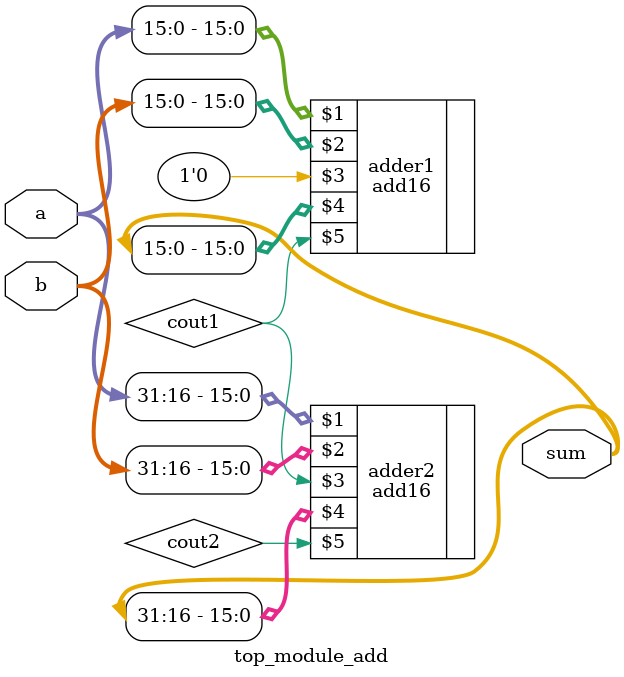
<source format=v>
module top_module_add (
    input [31:0] a,
    input [31:0] b,
    output [31:0] sum
);

    wire cout1, cout2;

    add16 adder1(
        a[15:0], b[15:0], 1'b0, sum[15:0], cout1
    );

    add16 adder2(
        a[31:16], b[31:16], cout1, sum[31:16], cout2
    );

endmodule
</source>
